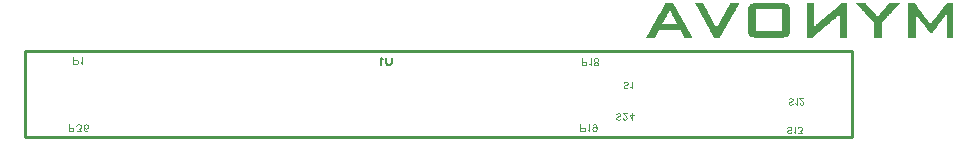
<source format=gbo>
G04 Layer: BottomSilkscreenLayer*
G04 EasyEDA Pro v2.2.23.6, 2024-08-03 20:46:29*
G04 Gerber Generator version 0.3*
G04 Scale: 100 percent, Rotated: No, Reflected: No*
G04 Dimensions in millimeters*
G04 Leading zeros omitted, absolute positions, 3 integers and 5 decimals*
%FSLAX35Y35*%
%MOMM*%
%ADD10C,0.1*%
%ADD11C,0.1524*%
%ADD12C,0.254*%
G75*


G04 Image Start*
G36*
G01X7309567Y858198D02*
G01X7242898Y858198D01*
G01X7241706Y860900D01*
G01X7239325Y865321D01*
G01X7236944Y869742D01*
G01X7231202Y880549D01*
G01X7229617Y883497D01*
G01X7228032Y886444D01*
G01X7226604Y889146D01*
G01X7225178Y891848D01*
G01X7221556Y898725D01*
G01X7217936Y905603D01*
G01X7216509Y908305D01*
G01X7215082Y911007D01*
G01X7213492Y913954D01*
G01X7211902Y916902D01*
G01X7210536Y919480D01*
G01X7209171Y922060D01*
G01X7025645Y922060D01*
G01X7025165Y921446D01*
G01X7024685Y920831D01*
G01X7020973Y913954D01*
G01X7019564Y911375D01*
G01X7018156Y908796D01*
G01X7016749Y906217D01*
G01X7015344Y903638D01*
G01X7013734Y900691D01*
G01X7012123Y897743D01*
G01X7010782Y895286D01*
G01X7009442Y892830D01*
G01X7005699Y885953D01*
G01X7003962Y883005D01*
G01X7002691Y880549D01*
G01X7001420Y878093D01*
G01X6999215Y874163D01*
G01X6997009Y870233D01*
G01X6995533Y867285D01*
G01X6993832Y864339D01*
G01X6992132Y861391D01*
G01X6990530Y858198D01*
G01X6914981Y858198D01*
G01X6914981Y859098D01*
G01X6915349Y859262D01*
G01X6915717Y859426D01*
G01X6916562Y861145D01*
G01X6917405Y862865D01*
G01X6918888Y865321D01*
G01X6920372Y867777D01*
G01X6920715Y868514D01*
G01X6921058Y869250D01*
G01X6925298Y876455D01*
G01X6925298Y876785D01*
G01X6928246Y881778D01*
G01X6931194Y886770D01*
G01X6931194Y887101D01*
G01X6934142Y892094D01*
G01X6937090Y897086D01*
G01X6937090Y897417D01*
G01X6940037Y902410D01*
G01X6942985Y907402D01*
G01X6942985Y907733D01*
G01X6945933Y912726D01*
G01X6948881Y917718D01*
G01X6948881Y918049D01*
G01X6951829Y923043D01*
G01X6954777Y928035D01*
G01X6954777Y928365D01*
G01X6959222Y936060D01*
G01X6959704Y936797D01*
G01X6960187Y937534D01*
G01X6960528Y938270D01*
G01X6960868Y939008D01*
G01X6964912Y945885D01*
G01X6965253Y946622D01*
G01X6965594Y947359D01*
G01X6966632Y949078D01*
G01X6967669Y950798D01*
G01X6968872Y953008D01*
G01X6970076Y955219D01*
G01X6970990Y956692D01*
G01X6971904Y958166D01*
G01X6973107Y960377D01*
G01X6974311Y962587D01*
G01X6976385Y966026D01*
G01X6976734Y966763D01*
G01X6977082Y967500D01*
G01X6979103Y970938D01*
G01X6981125Y974377D01*
G01X6981481Y975114D01*
G01X6981692Y975551D01*
G01X7053997Y975551D01*
G01X7054283Y975087D01*
G01X7054570Y974623D01*
G01X7179246Y974623D01*
G01X7179789Y975501D01*
G01X7179041Y977150D01*
G01X7178293Y978799D01*
G01X7176235Y982237D01*
G01X7171966Y990097D01*
G01X7170693Y992554D01*
G01X7169419Y995009D01*
G01X7168178Y997220D01*
G01X7166936Y999431D01*
G01X7164582Y1003852D01*
G01X7162229Y1008273D01*
G01X7161213Y1009993D01*
G01X7160198Y1011712D01*
G01X7158950Y1014168D01*
G01X7157702Y1016625D01*
G01X7155932Y1019818D01*
G01X7154162Y1023010D01*
G01X7150678Y1029397D01*
G01X7149201Y1032099D01*
G01X7147724Y1034800D01*
G01X7146250Y1037503D01*
G01X7144776Y1040204D01*
G01X7143435Y1042661D01*
G01X7142095Y1045116D01*
G01X7138612Y1051503D01*
G01X7135071Y1057889D01*
G01X7132575Y1062801D01*
G01X7130545Y1066240D01*
G01X7125837Y1075083D01*
G01X7124595Y1077293D01*
G01X7123354Y1079504D01*
G01X7122097Y1081960D01*
G01X7120840Y1084416D01*
G01X7119340Y1087119D01*
G01X7117840Y1089820D01*
G01X7117098Y1091206D01*
G01X7116355Y1092592D01*
G01X7115573Y1091942D01*
G01X7114791Y1091294D01*
G01X7113433Y1088346D01*
G01X7111688Y1085153D01*
G01X7109943Y1081960D01*
G01X7106855Y1076065D01*
G01X7103768Y1070170D01*
G01X7101559Y1065994D01*
G01X7099351Y1061819D01*
G01X7097147Y1057643D01*
G01X7094943Y1053468D01*
G01X7092330Y1048555D01*
G01X7089717Y1043643D01*
G01X7085367Y1035292D01*
G01X7080710Y1026449D01*
G01X7078492Y1022274D01*
G01X7076274Y1018099D01*
G01X7073810Y1013431D01*
G01X7071346Y1008764D01*
G01X7069009Y1004344D01*
G01X7066673Y999922D01*
G01X7063445Y993781D01*
G01X7060217Y987641D01*
G01X7058624Y984693D01*
G01X7057030Y981746D01*
G01X7055513Y978649D01*
G01X7053997Y975551D01*
G01X7053997Y975551D01*
G01X6981692Y975551D01*
G01X6981837Y975851D01*
G01X6982438Y976834D01*
G01X6983040Y977816D01*
G01X6984998Y981252D01*
G01X6986958Y984687D01*
G01X6987552Y985673D01*
G01X6988147Y986658D01*
G01X6988510Y987395D01*
G01X6988874Y988132D01*
G01X6990895Y991571D01*
G01X6992917Y995009D01*
G01X6993272Y995747D01*
G01X6993629Y996483D01*
G01X6994230Y997466D01*
G01X6994831Y998448D01*
G01X6996790Y1001884D01*
G01X6998748Y1005320D01*
G01X6999939Y1007290D01*
G01X7000294Y1008028D01*
G01X7000651Y1008764D01*
G01X7002672Y1012203D01*
G01X7004694Y1015642D01*
G01X7005057Y1016379D01*
G01X7005420Y1017116D01*
G01X7006014Y1018101D01*
G01X7006610Y1019086D01*
G01X7008568Y1022523D01*
G01X7010527Y1025958D01*
G01X7011128Y1026941D01*
G01X7011729Y1027923D01*
G01X7012086Y1028660D01*
G01X7012441Y1029397D01*
G01X7016485Y1036274D01*
G01X7016833Y1037012D01*
G01X7017181Y1037748D01*
G01X7018218Y1039467D01*
G01X7019256Y1041187D01*
G01X7020459Y1043397D01*
G01X7021663Y1045608D01*
G01X7022577Y1047081D01*
G01X7023490Y1048555D01*
G01X7024838Y1051012D01*
G01X7026185Y1053468D01*
G01X7026864Y1054696D01*
G01X7027545Y1055924D01*
G01X7028485Y1057398D01*
G01X7029424Y1058871D01*
G01X7030155Y1060345D01*
G01X7030884Y1061819D01*
G01X7032375Y1064275D01*
G01X7033864Y1066732D01*
G01X7034208Y1067468D01*
G01X7034551Y1068206D01*
G01X7038797Y1075574D01*
G01X7039288Y1076311D01*
G01X7039780Y1077048D01*
G01X7040113Y1077784D01*
G01X7040447Y1078522D01*
G01X7042566Y1082124D01*
G01X7044686Y1085726D01*
G01X7044686Y1086055D01*
G01X7047634Y1091048D01*
G01X7050581Y1096040D01*
G01X7050581Y1096371D01*
G01X7053529Y1101365D01*
G01X7056477Y1106357D01*
G01X7056477Y1106688D01*
G01X7059426Y1111681D01*
G01X7062373Y1116673D01*
G01X7062373Y1117004D01*
G01X7065321Y1121997D01*
G01X7068269Y1126989D01*
G01X7068269Y1127320D01*
G01X7071216Y1132313D01*
G01X7074164Y1137305D01*
G01X7074164Y1137635D01*
G01X7078609Y1145331D01*
G01X7079076Y1146068D01*
G01X7079542Y1146804D01*
G01X7080348Y1148401D01*
G01X7081154Y1149998D01*
G01X7146272Y1149998D01*
G01X7146547Y1149138D01*
G01X7146822Y1148278D01*
G01X7148530Y1145331D01*
G01X7150238Y1142384D01*
G01X7151446Y1140173D01*
G01X7152655Y1137962D01*
G01X7153693Y1136243D01*
G01X7154731Y1134523D01*
G01X7155074Y1133787D01*
G01X7155416Y1133050D01*
G01X7158275Y1128175D01*
G01X7161790Y1121751D01*
G01X7163516Y1118804D01*
G01X7164719Y1116593D01*
G01X7165921Y1114382D01*
G01X7167995Y1110943D01*
G01X7168681Y1109470D01*
G01X7170111Y1107032D01*
G01X7171540Y1104595D01*
G01X7175056Y1098171D01*
G01X7176781Y1095224D01*
G01X7179186Y1090803D01*
G01X7180224Y1089083D01*
G01X7181261Y1087364D01*
G01X7181604Y1086627D01*
G01X7181947Y1085890D01*
G01X7183376Y1083453D01*
G01X7184806Y1081015D01*
G01X7186564Y1077803D01*
G01X7188320Y1074591D01*
G01X7189213Y1073117D01*
G01X7190104Y1071644D01*
G01X7190446Y1070907D01*
G01X7190787Y1070170D01*
G01X7192906Y1066568D01*
G01X7195026Y1062966D01*
G01X7195026Y1062599D01*
G01X7196451Y1060183D01*
G01X7197877Y1057766D01*
G01X7201111Y1051994D01*
G01X7202238Y1050029D01*
G01X7203366Y1048064D01*
G01X7203709Y1047328D01*
G01X7204051Y1046590D01*
G01X7208095Y1039713D01*
G01X7208445Y1038976D01*
G01X7208795Y1038239D01*
G01X7209923Y1036274D01*
G01X7211050Y1034309D01*
G01X7212713Y1031362D01*
G01X7214377Y1028415D01*
G01X7215504Y1026449D01*
G01X7216631Y1024484D01*
G01X7216981Y1023748D01*
G01X7217331Y1023010D01*
G01X7219353Y1019572D01*
G01X7221374Y1016133D01*
G01X7221718Y1015396D01*
G01X7222061Y1014660D01*
G01X7223188Y1012694D01*
G01X7224316Y1010729D01*
G01X7225933Y1007844D01*
G01X7227550Y1004958D01*
G01X7228975Y1002541D01*
G01X7230401Y1000124D01*
G01X7230401Y999758D01*
G01X7232520Y996156D01*
G01X7234640Y992554D01*
G01X7234981Y991816D01*
G01X7235321Y991080D01*
G01X7236214Y989606D01*
G01X7237105Y988132D01*
G01X7240621Y981708D01*
G01X7242050Y979271D01*
G01X7243480Y976834D01*
G01X7243823Y976096D01*
G01X7244166Y975360D01*
G01X7246240Y971921D01*
G01X7247442Y969711D01*
G01X7248645Y967500D01*
G01X7249508Y966026D01*
G01X7250371Y964553D01*
G01X7252129Y961340D01*
G01X7253885Y958128D01*
G01X7255315Y955691D01*
G01X7256745Y953254D01*
G01X7257088Y952517D01*
G01X7257430Y951780D01*
G01X7258468Y950060D01*
G01X7259506Y948341D01*
G01X7261910Y943920D01*
G01X7262774Y942447D01*
G01X7263637Y940973D01*
G01X7265393Y937761D01*
G01X7267151Y934549D01*
G01X7268683Y931865D01*
G01X7270215Y929183D01*
G01X7270671Y928446D01*
G01X7271126Y927709D01*
G01X7273517Y923288D01*
G01X7275534Y919849D01*
G01X7276736Y917638D01*
G01X7277939Y915428D01*
G01X7279956Y911989D01*
G01X7282361Y907568D01*
G01X7284377Y904129D01*
G01X7285580Y901918D01*
G01X7286783Y899708D01*
G01X7288799Y896269D01*
G01X7290002Y894059D01*
G01X7291204Y891848D01*
G01X7292242Y890128D01*
G01X7293279Y888409D01*
G01X7293965Y886936D01*
G01X7295394Y884498D01*
G01X7296824Y882061D01*
G01X7298581Y878849D01*
G01X7300339Y875637D01*
G01X7301201Y874163D01*
G01X7302065Y872689D01*
G01X7304470Y868268D01*
G01X7306486Y864830D01*
G01X7307682Y862619D01*
G01X7308877Y860408D01*
G01X7309222Y859303D01*
G01X7309567Y858198D01*
G37*
G36*
G01X8913621Y858198D02*
G01X8846416Y858198D01*
G01X8846118Y858975D01*
G01X8845820Y859752D01*
G01X8845820Y990479D01*
G01X8843768Y992744D01*
G01X8841716Y995009D01*
G01X8826904Y1010645D01*
G01X8826397Y1011179D01*
G01X8825889Y1011712D01*
G01X8818564Y1019572D01*
G01X8811238Y1027432D01*
G01X8803322Y1035657D01*
G01X8802814Y1036212D01*
G01X8802307Y1036765D01*
G01X8794965Y1044625D01*
G01X8787625Y1052486D01*
G01X8786617Y1053556D01*
G01X8778976Y1061618D01*
G01X8771336Y1069679D01*
G01X8767686Y1073609D01*
G01X8764036Y1077539D01*
G01X8762798Y1078816D01*
G01X8761561Y1080092D01*
G01X8754656Y1087412D01*
G01X8747753Y1094733D01*
G01X8744102Y1098662D01*
G01X8740450Y1102593D01*
G01X8736512Y1106706D01*
G01X8732574Y1110820D01*
G01X8730079Y1113400D01*
G01X8723484Y1120523D01*
G01X8716889Y1127646D01*
G01X8714395Y1130196D01*
G01X8700499Y1144840D01*
G01X8696954Y1149108D01*
G01X8696954Y1149998D01*
G01X8775563Y1149998D01*
G01X8775563Y1149159D01*
G01X8776883Y1147736D01*
G01X8778202Y1146313D01*
G01X8786313Y1137226D01*
G01X8794424Y1128137D01*
G01X8795078Y1127646D01*
G01X8798610Y1123534D01*
G01X8802142Y1119422D01*
G01X8802732Y1118813D01*
G01X8803322Y1118203D01*
G01X8805286Y1116060D01*
G01X8807251Y1113916D01*
G01X8810647Y1109973D01*
G01X8814042Y1106032D01*
G01X8816349Y1103575D01*
G01X8818656Y1101119D01*
G01X8822272Y1096943D01*
G01X8825889Y1092768D01*
G01X8826151Y1092522D01*
G01X8826413Y1092277D01*
G01X8835274Y1082451D01*
G01X8837181Y1080241D01*
G01X8839088Y1078030D01*
G01X8841392Y1075574D01*
G01X8843698Y1073117D01*
G01X8850781Y1064894D01*
G01X8851961Y1063675D01*
G01X8853926Y1061531D01*
G01X8855891Y1059387D01*
G01X8859286Y1055445D01*
G01X8862681Y1051503D01*
G01X8864988Y1049047D01*
G01X8867295Y1046590D01*
G01X8870833Y1042538D01*
G01X8874370Y1038485D01*
G01X8875111Y1038485D01*
G01X8875870Y1039099D01*
G01X8876630Y1039713D01*
G01X8896670Y1062235D01*
G01X8898618Y1064483D01*
G01X8900566Y1066732D01*
G01X8904768Y1071398D01*
G01X8908970Y1076065D01*
G01X8910877Y1078275D01*
G01X8912783Y1080487D01*
G01X8915089Y1082943D01*
G01X8917394Y1085399D01*
G01X8920969Y1089574D01*
G01X8924544Y1093750D01*
G01X8926865Y1096206D01*
G01X8929186Y1098662D01*
G01X8932760Y1102838D01*
G01X8936336Y1107014D01*
G01X8938657Y1109470D01*
G01X8940976Y1111926D01*
G01X8944552Y1116101D01*
G01X8948127Y1120278D01*
G01X8950447Y1122733D01*
G01X8952768Y1125190D01*
G01X8956164Y1129132D01*
G01X8959559Y1133074D01*
G01X8961523Y1135218D01*
G01X8963488Y1137362D01*
G01X8964078Y1137971D01*
G01X8964668Y1138580D01*
G01X8968013Y1142463D01*
G01X8971358Y1146347D01*
G01X8972704Y1147799D01*
G01X8974052Y1149251D01*
G01X8974052Y1149998D01*
G01X9063469Y1149998D01*
G01X9063469Y1149154D01*
G01X9059307Y1144349D01*
G01X9059028Y1144103D01*
G01X9058749Y1143857D01*
G01X9045593Y1129611D01*
G01X9042372Y1126233D01*
G01X9039149Y1122854D01*
G01X9038641Y1122302D01*
G01X9038132Y1121751D01*
G01X9031545Y1114628D01*
G01X9024958Y1107505D01*
G01X9021737Y1104129D01*
G01X9018514Y1100752D01*
G01X9017271Y1099461D01*
G01X9016028Y1098171D01*
G01X9010147Y1091785D01*
G01X9004267Y1085399D01*
G01X9001810Y1082819D01*
G01X8998588Y1079442D01*
G01X8995366Y1076065D01*
G01X8982214Y1061819D01*
G01X8975771Y1055065D01*
G01X8974518Y1053775D01*
G01X8973265Y1052486D01*
G01X8961562Y1039713D01*
G01X8959066Y1037133D01*
G01X8955845Y1033757D01*
G01X8952622Y1030380D01*
G01X8946046Y1023257D01*
G01X8939471Y1016133D01*
G01X8936249Y1012757D01*
G01X8933027Y1009380D01*
G01X8930570Y1006799D01*
G01X8924684Y1000413D01*
G01X8918798Y994027D01*
G01X8916212Y991325D01*
G01X8913626Y988624D01*
G01X8913621Y858198D01*
G37*
G36*
G01X9514981Y858198D02*
G01X9460445Y858198D01*
G01X9460466Y1051012D01*
G01X9461171Y1058275D01*
G01X9461875Y1065539D01*
G01X9461293Y1067056D01*
G01X9459482Y1063455D01*
G01X9457670Y1059854D01*
G01X9456307Y1057398D01*
G01X9454943Y1054942D01*
G01X9453165Y1051994D01*
G01X9451387Y1049047D01*
G01X9449203Y1045854D01*
G01X9447019Y1042661D01*
G01X9437179Y1029397D01*
G01X9435916Y1027745D01*
G01X9434652Y1026093D01*
G01X9432932Y1023748D01*
G01X9431213Y1021401D01*
G01X9429951Y1019749D01*
G01X9428689Y1018099D01*
G01X9424340Y1012203D01*
G01X9419991Y1006308D01*
G01X9418723Y1004648D01*
G01X9417457Y1002987D01*
G01X9413337Y997466D01*
G01X9410656Y993781D01*
G01X9407974Y990097D01*
G01X9376433Y948096D01*
G01X9344893Y906094D01*
G01X9342362Y902606D01*
G01X9339830Y899118D01*
G01X9337716Y896328D01*
G01X9335603Y893540D01*
G01X9328873Y893676D01*
G01X9322142Y893813D01*
G01X9293789Y931638D01*
G01X9265436Y969464D01*
G01X9264398Y970668D01*
G01X9262169Y973751D01*
G01X9259939Y976834D01*
G01X9257877Y979577D01*
G01X9255816Y982321D01*
G01X9254208Y984490D01*
G01X9252601Y986658D01*
G01X9250907Y988869D01*
G01X9249214Y991080D01*
G01X9244512Y997466D01*
G01X9239808Y1003852D01*
G01X9238119Y1006063D01*
G01X9236431Y1008273D01*
G01X9234823Y1010441D01*
G01X9233216Y1012610D01*
G01X9231155Y1015354D01*
G01X9229094Y1018099D01*
G01X9226958Y1021045D01*
G01X9224821Y1023993D01*
G01X9224014Y1024976D01*
G01X9223206Y1025958D01*
G01X9217384Y1033818D01*
G01X9211563Y1041678D01*
G01X9210075Y1044134D01*
G01X9208587Y1046590D01*
G01X9208245Y1047328D01*
G01X9207903Y1048064D01*
G01X9206960Y1049538D01*
G01X9206017Y1051012D01*
G01X9203321Y1055924D01*
G01X9197478Y1067547D01*
G01X9197003Y1067072D01*
G01X9196528Y1066598D01*
G01X9197292Y1060278D01*
G01X9198055Y1053959D01*
G01X9199076Y1038731D01*
G01X9199067Y949569D01*
G01X9199057Y860408D01*
G01X9198760Y859303D01*
G01X9198464Y858198D01*
G01X9136788Y858198D01*
G01X9136492Y859303D01*
G01X9136196Y860408D01*
G01X9136196Y1147787D01*
G01X9136492Y1148892D01*
G01X9136788Y1149998D01*
G01X9190472Y1149957D01*
G01X9211107Y1122278D01*
G01X9213318Y1119494D01*
G01X9215529Y1116708D01*
G01X9217249Y1114391D01*
G01X9218968Y1112075D01*
G01X9222899Y1106906D01*
G01X9234915Y1090994D01*
G01X9246931Y1075083D01*
G01X9248836Y1072626D01*
G01X9250741Y1070170D01*
G01X9255995Y1063293D01*
G01X9257892Y1060836D01*
G01X9259789Y1058380D01*
G01X9271805Y1042466D01*
G01X9283821Y1026551D01*
G01X9287751Y1021415D01*
G01X9301753Y1002937D01*
G01X9315756Y984460D01*
G01X9319195Y979727D01*
G01X9323998Y974113D01*
G01X9325772Y976178D01*
G01X9327547Y978242D01*
G01X9331723Y983737D01*
G01X9335899Y989231D01*
G01X9340801Y995559D01*
G01X9345703Y1001887D01*
G01X9347680Y1004378D01*
G01X9349656Y1006869D01*
G01X9350958Y1008554D01*
G01X9352259Y1010238D01*
G01X9357345Y1016822D01*
G01X9362430Y1023406D01*
G01X9367230Y1029595D01*
G01X9372030Y1035783D01*
G01X9377302Y1042576D01*
G01X9382573Y1049369D01*
G01X9391909Y1061427D01*
G01X9402055Y1074591D01*
G01X9402886Y1075574D01*
G01X9403716Y1076556D01*
G01X9406647Y1080467D01*
G01X9407470Y1081459D01*
G01X9408292Y1082451D01*
G01X9418439Y1095619D01*
G01X9423239Y1101807D01*
G01X9428038Y1107996D01*
G01X9433179Y1114628D01*
G01X9438318Y1121260D01*
G01X9443118Y1127449D01*
G01X9447917Y1133637D01*
G01X9452991Y1140221D01*
G01X9458065Y1146804D01*
G01X9460854Y1149998D01*
G01X9514981Y1149998D01*
G01X9514981Y858198D01*
G37*
G36*
G01X7544100Y867214D02*
G01X7541438Y862706D01*
G01X7538775Y858198D01*
G01X7492995Y858198D01*
G01X7492276Y859303D01*
G01X7491558Y860408D01*
G01X7491022Y861391D01*
G01X7490485Y862373D01*
G01X7488333Y866303D01*
G01X7486183Y870233D01*
G01X7485512Y871462D01*
G01X7484841Y872689D01*
G01X7483598Y874900D01*
G01X7482355Y877111D01*
G01X7480238Y881040D01*
G01X7478119Y884970D01*
G01X7476876Y887181D01*
G01X7475633Y889392D01*
G01X7474422Y891602D01*
G01X7473211Y893813D01*
G01X7471431Y897006D01*
G01X7469652Y900199D01*
G01X7468404Y902656D01*
G01X7467156Y905112D01*
G01X7465418Y908059D01*
G01X7461676Y914937D01*
G01X7460336Y917393D01*
G01X7458995Y919849D01*
G01X7457453Y922673D01*
G01X7455910Y925498D01*
G01X7454369Y928323D01*
G01X7452826Y931147D01*
G01X7451489Y933604D01*
G01X7450151Y936060D01*
G01X7448674Y938762D01*
G01X7447196Y941464D01*
G01X7445326Y944902D01*
G01X7443455Y948341D01*
G01X7442586Y949815D01*
G01X7441717Y951289D01*
G01X7440470Y953745D01*
G01X7439222Y956201D01*
G01X7437442Y959395D01*
G01X7435662Y962587D01*
G01X7434451Y964798D01*
G01X7433240Y967009D01*
G01X7431997Y969219D01*
G01X7430754Y971430D01*
G01X7428636Y975360D01*
G01X7426518Y979290D01*
G01X7425282Y981500D01*
G01X7424046Y983711D01*
G01X7422834Y985922D01*
G01X7421624Y988132D01*
G01X7418064Y994518D01*
G01X7416816Y996974D01*
G01X7415568Y999431D01*
G01X7414700Y1000905D01*
G01X7413831Y1002378D01*
G01X7411960Y1005817D01*
G01X7410090Y1009255D01*
G01X7408680Y1011835D01*
G01X7407271Y1014413D01*
G01X7405728Y1017238D01*
G01X7404187Y1020063D01*
G01X7402849Y1022519D01*
G01X7401512Y1024976D01*
G01X7400038Y1027677D01*
G01X7398564Y1030380D01*
G01X7397086Y1033081D01*
G01X7395609Y1035783D01*
G01X7393739Y1039222D01*
G01X7391868Y1042661D01*
G01X7390130Y1045608D01*
G01X7387634Y1050520D01*
G01X7384075Y1056907D01*
G01X7382864Y1059117D01*
G01X7381653Y1061328D01*
G01X7379167Y1065749D01*
G01X7377048Y1069679D01*
G01X7374931Y1073609D01*
G01X7372459Y1078030D01*
G01X7371248Y1080241D01*
G01X7370036Y1082451D01*
G01X7366477Y1088838D01*
G01X7365229Y1091294D01*
G01X7363982Y1093750D01*
G01X7363112Y1095224D01*
G01X7362244Y1096697D01*
G01X7360372Y1100136D01*
G01X7358502Y1103575D01*
G01X7357025Y1106277D01*
G01X7355547Y1108978D01*
G01X7354073Y1111681D01*
G01X7352599Y1114382D01*
G01X7351125Y1117084D01*
G01X7349651Y1119786D01*
G01X7348246Y1122365D01*
G01X7346840Y1124944D01*
G01X7345431Y1127523D01*
G01X7344022Y1130102D01*
G01X7340280Y1136979D01*
G01X7339433Y1138453D01*
G01X7338584Y1139927D01*
G01X7336080Y1144701D01*
G01X7333575Y1149474D01*
G01X7333575Y1149998D01*
G01X7400205Y1149998D01*
G01X7403524Y1143857D01*
G01X7405102Y1140910D01*
G01X7406681Y1137962D01*
G01X7410062Y1131576D01*
G01X7412417Y1127155D01*
G01X7414772Y1122733D01*
G01X7416599Y1119295D01*
G01X7418427Y1115856D01*
G01X7420768Y1111435D01*
G01X7423110Y1107014D01*
G01X7428577Y1096697D01*
G01X7430157Y1093750D01*
G01X7431738Y1090803D01*
G01X7433428Y1087610D01*
G01X7435119Y1084416D01*
G01X7437408Y1080118D01*
G01X7439697Y1075820D01*
G01X7441980Y1071522D01*
G01X7444264Y1067223D01*
G01X7447906Y1060345D01*
G01X7453634Y1049538D01*
G01X7455220Y1046590D01*
G01X7456805Y1043643D01*
G01X7458227Y1040941D01*
G01X7459647Y1038239D01*
G01X7462531Y1032835D01*
G01X7465414Y1027432D01*
G01X7467003Y1024484D01*
G01X7468593Y1021537D01*
G01X7470766Y1017361D01*
G01X7472938Y1013186D01*
G01X7475815Y1007782D01*
G01X7478691Y1002378D01*
G01X7480277Y999431D01*
G01X7481862Y996483D01*
G01X7483283Y993781D01*
G01X7484705Y991080D01*
G01X7490484Y980273D01*
G01X7491906Y977570D01*
G01X7493329Y974869D01*
G01X7495725Y970447D01*
G01X7498122Y966026D01*
G01X7500149Y962096D01*
G01X7502178Y958166D01*
G01X7504540Y953745D01*
G01X7506903Y949324D01*
G01X7509043Y945223D01*
G01X7511182Y941123D01*
G01X7512047Y940659D01*
G01X7512911Y940196D01*
G01X7513897Y942447D01*
G01X7514788Y943920D01*
G01X7515677Y945393D01*
G01X7519411Y952271D01*
G01X7519773Y952763D01*
G01X7520134Y953254D01*
G01X7522253Y957183D01*
G01X7524370Y961114D01*
G01X7525243Y962587D01*
G01X7526115Y964061D01*
G01X7527473Y966518D01*
G01X7528821Y968973D01*
G01X7530168Y971430D01*
G01X7531267Y973395D01*
G01X7532365Y975360D01*
G01X7533879Y978061D01*
G01X7535393Y980764D01*
G01X7536462Y982728D01*
G01X7537532Y984693D01*
G01X7539265Y987641D01*
G01X7543532Y995500D01*
G01X7545264Y998448D01*
G01X7546333Y1000413D01*
G01X7547404Y1002378D01*
G01X7548917Y1005080D01*
G01X7550430Y1007782D01*
G01X7551530Y1009747D01*
G01X7552629Y1011712D01*
G01X7554773Y1015642D01*
G01X7556257Y1018344D01*
G01X7557741Y1021045D01*
G01X7558099Y1021537D01*
G01X7558456Y1022028D01*
G01X7562693Y1029888D01*
G01X7564425Y1032835D01*
G01X7565494Y1034800D01*
G01X7566565Y1036765D01*
G01X7569533Y1042170D01*
G01X7570248Y1043152D01*
G01X7572366Y1047081D01*
G01X7574483Y1051012D01*
G01X7575349Y1052486D01*
G01X7576214Y1053959D01*
G01X7577560Y1056416D01*
G01X7578906Y1058871D01*
G01X7579587Y1060100D01*
G01X7580268Y1061328D01*
G01X7581374Y1063293D01*
G01X7582479Y1065258D01*
G01X7583992Y1067959D01*
G01X7585506Y1070661D01*
G01X7586578Y1072626D01*
G01X7587649Y1074591D01*
G01X7588749Y1076556D01*
G01X7589848Y1078522D01*
G01X7591362Y1081223D01*
G01X7592876Y1083925D01*
G01X7593946Y1085890D01*
G01X7595015Y1087855D01*
G01X7595879Y1089329D01*
G01X7596743Y1090803D01*
G01X7598640Y1094242D01*
G01X7600537Y1097680D01*
G01X7601640Y1099645D01*
G01X7602743Y1101610D01*
G01X7604886Y1105540D01*
G01X7606371Y1108242D01*
G01X7607855Y1110943D01*
G01X7608212Y1111435D01*
G01X7608569Y1111926D01*
G01X7612806Y1119786D01*
G01X7614538Y1122733D01*
G01X7615608Y1124698D01*
G01X7616678Y1126663D01*
G01X7619646Y1132068D01*
G01X7620361Y1133050D01*
G01X7622479Y1136979D01*
G01X7624598Y1140910D01*
G01X7625462Y1142384D01*
G01X7626327Y1143857D01*
G01X7627638Y1146274D01*
G01X7628948Y1148691D01*
G01X7629601Y1149344D01*
G01X7630254Y1149998D01*
G01X7705986Y1149998D01*
G01X7705986Y1148754D01*
G01X7702056Y1142029D01*
G01X7702056Y1141727D01*
G01X7696356Y1132068D01*
G01X7695993Y1131330D01*
G01X7695630Y1130594D01*
G01X7695035Y1129611D01*
G01X7694440Y1128629D01*
G01X7691738Y1123962D01*
G01X7689036Y1119295D01*
G01X7688441Y1118313D01*
G01X7687846Y1117330D01*
G01X7687491Y1116593D01*
G01X7687134Y1115856D01*
G01X7682887Y1108487D01*
G01X7682396Y1107751D01*
G01X7681906Y1107014D01*
G01X7681565Y1106277D01*
G01X7681224Y1105540D01*
G01X7677181Y1098662D01*
G01X7676839Y1097926D01*
G01X7676497Y1097188D01*
G01X7675525Y1095715D01*
G01X7674554Y1094242D01*
G01X7674204Y1093504D01*
G01X7673855Y1092768D01*
G01X7668155Y1083108D01*
G01X7668155Y1082777D01*
G01X7665305Y1077948D01*
G01X7662455Y1073117D01*
G01X7661758Y1071644D01*
G01X7659814Y1068697D01*
G01X7659472Y1067959D01*
G01X7659130Y1067223D01*
G01X7654883Y1059854D01*
G01X7654392Y1059117D01*
G01X7653902Y1058380D01*
G01X7653560Y1057643D01*
G01X7653219Y1056907D01*
G01X7651198Y1053468D01*
G01X7649176Y1050029D01*
G01X7648821Y1049293D01*
G01X7648464Y1048555D01*
G01X7647870Y1047573D01*
G01X7647275Y1046590D01*
G01X7644573Y1041923D01*
G01X7641870Y1037257D01*
G01X7641275Y1036274D01*
G01X7640681Y1035292D01*
G01X7640318Y1034555D01*
G01X7639954Y1033818D01*
G01X7637105Y1028989D01*
G01X7634256Y1024159D01*
G01X7634256Y1023827D01*
G01X7628556Y1014168D01*
G01X7628206Y1013431D01*
G01X7627857Y1012694D01*
G01X7626885Y1011221D01*
G01X7625913Y1009747D01*
G01X7625571Y1009010D01*
G01X7625229Y1008273D01*
G01X7620982Y1000905D01*
G01X7620491Y1000168D01*
G01X7620001Y999431D01*
G01X7619660Y998694D01*
G01X7619320Y997957D01*
G01X7617298Y994518D01*
G01X7615277Y991080D01*
G01X7614934Y990343D01*
G01X7614592Y989606D01*
G01X7613621Y988132D01*
G01X7612649Y986658D01*
G01X7612299Y985922D01*
G01X7611950Y985185D01*
G01X7609826Y981500D01*
G01X7607702Y977816D01*
G01X7607218Y977079D01*
G01X7606736Y976342D01*
G01X7606055Y974869D01*
G01X7603205Y970038D01*
G01X7600355Y965209D01*
G01X7600355Y964878D01*
G01X7594655Y955219D01*
G01X7594306Y954482D01*
G01X7593957Y953745D01*
G01X7592986Y952271D01*
G01X7592014Y950798D01*
G01X7591672Y950060D01*
G01X7591330Y949324D01*
G01X7589206Y945640D01*
G01X7587082Y941955D01*
G01X7586592Y941218D01*
G01X7586101Y940482D01*
G01X7585760Y939744D01*
G01X7585419Y939008D01*
G01X7583398Y935569D01*
G01X7581376Y932130D01*
G01X7581034Y931393D01*
G01X7580692Y930656D01*
G01X7578748Y927709D01*
G01X7578399Y926972D01*
G01X7578050Y926235D01*
G01X7575201Y921405D01*
G01X7572351Y916576D01*
G01X7572351Y916245D01*
G01X7569398Y911169D01*
G01X7566447Y906094D01*
G01X7565957Y905357D01*
G01X7565466Y904621D01*
G01X7565132Y903883D01*
G01X7564798Y903147D01*
G01X7562777Y899708D01*
G01X7560756Y896269D01*
G01X7560406Y895533D01*
G01X7560057Y894795D01*
G01X7558113Y891848D01*
G01X7557429Y890375D01*
G01X7555306Y886690D01*
G01X7553182Y883005D01*
G01X7552691Y882269D01*
G01X7552201Y881531D01*
G01X7551860Y880795D01*
G01X7551519Y880058D01*
G01X7547476Y873181D01*
G01X7547134Y872444D01*
G01X7546792Y871707D01*
G01X7545820Y870233D01*
G01X7544848Y868759D01*
G01X7544100Y867214D01*
G37*
G36*
G01X8617730Y858198D02*
G01X8558028Y858198D01*
G01X8557732Y859303D01*
G01X8557436Y860408D01*
G01X8557420Y937534D01*
G01X8557404Y1014660D01*
G01X8557933Y1028168D01*
G01X8558463Y1041678D01*
G01X8559172Y1048801D01*
G01X8559880Y1055924D01*
G01X8559880Y1057930D01*
G01X8559879Y1059936D01*
G01X8559184Y1060631D01*
G01X8554250Y1055537D01*
G01X8549316Y1050444D01*
G01X8543665Y1045327D01*
G01X8538016Y1040212D01*
G01X8537469Y1039716D01*
G01X8536924Y1039222D01*
G01X8534997Y1037503D01*
G01X8533071Y1035783D01*
G01X8527207Y1030804D01*
G01X8520820Y1025464D01*
G01X8514433Y1020123D01*
G01X8514187Y1019848D01*
G01X8513941Y1019572D01*
G01X8510993Y1017082D01*
G01X8508046Y1014592D01*
G01X8495272Y1003912D01*
G01X8495026Y1003636D01*
G01X8494781Y1003361D01*
G01X8491832Y1000871D01*
G01X8488885Y998381D01*
G01X8476111Y987701D01*
G01X8475865Y987425D01*
G01X8475620Y987150D01*
G01X8469723Y982171D01*
G01X8463337Y976813D01*
G01X8456950Y971455D01*
G01X8455721Y970385D01*
G01X8454494Y969315D01*
G01X8448843Y964549D01*
G01X8443193Y959782D01*
G01X8434595Y952517D01*
G01X8425997Y945252D01*
G01X8420348Y940485D01*
G01X8414698Y935719D01*
G01X8412241Y933579D01*
G01X8405853Y928221D01*
G01X8399467Y922864D01*
G01X8393571Y917884D01*
G01X8393325Y917608D01*
G01X8393080Y917333D01*
G01X8386693Y911992D01*
G01X8380306Y906652D01*
G01X8374410Y901673D01*
G01X8374164Y901398D01*
G01X8373919Y901122D01*
G01X8367532Y895782D01*
G01X8361145Y890441D01*
G01X8355249Y885462D01*
G01X8355003Y885186D01*
G01X8354758Y884911D01*
G01X8348371Y879571D01*
G01X8341984Y874230D01*
G01X8339052Y871740D01*
G01X8336121Y869250D01*
G01X8335122Y868345D01*
G01X8334123Y867440D01*
G01X8328964Y863200D01*
G01X8323806Y858960D01*
G01X8323642Y858579D01*
G01X8323478Y858198D01*
G01X8277983Y858198D01*
G01X8277687Y859303D01*
G01X8277390Y860408D01*
G01X8277377Y1148443D01*
G01X8277675Y1149221D01*
G01X8277974Y1149998D01*
G01X8337868Y1149998D01*
G01X8337434Y973886D01*
G01X8336659Y966518D01*
G01X8335883Y959148D01*
G01X8335843Y948096D01*
G01X8336319Y948096D01*
G01X8346030Y957816D01*
G01X8355740Y967535D01*
G01X8357925Y969482D01*
G01X8360110Y971430D01*
G01X8361681Y972658D01*
G01X8363253Y973886D01*
G01X8370796Y980239D01*
G01X8378341Y986591D01*
G01X8378832Y987164D01*
G01X8381534Y989366D01*
G01X8384236Y991570D01*
G01X8386003Y993176D01*
G01X8387769Y994781D01*
G01X8391257Y997466D01*
G01X8398801Y1003820D01*
G01X8406345Y1010176D01*
G01X8409277Y1012663D01*
G01X8412209Y1015151D01*
G01X8415774Y1018361D01*
G01X8417521Y1019704D01*
G01X8419270Y1021045D01*
G01X8425091Y1025952D01*
G01X8430911Y1030858D01*
G01X8434367Y1033812D01*
G01X8437822Y1036765D01*
G01X8440197Y1038731D01*
G01X8442572Y1040696D01*
G01X8443680Y1041678D01*
G01X8444788Y1042661D01*
G01X8450099Y1047081D01*
G01X8455409Y1051503D01*
G01X8460658Y1055924D01*
G01X8465908Y1060345D01*
G01X8468261Y1062310D01*
G01X8470613Y1064275D01*
G01X8471164Y1064767D01*
G01X8471713Y1065258D01*
G01X8474649Y1067745D01*
G01X8477585Y1070233D01*
G01X8485129Y1076588D01*
G01X8492673Y1082943D01*
G01X8494417Y1084285D01*
G01X8496161Y1085628D01*
G01X8499725Y1088838D01*
G01X8505589Y1093817D01*
G01X8516398Y1102835D01*
G01X8527207Y1111853D01*
G01X8527453Y1112142D01*
G01X8527698Y1112431D01*
G01X8530401Y1114628D01*
G01X8533102Y1116825D01*
G01X8533348Y1117114D01*
G01X8533593Y1117403D01*
G01X8544403Y1126421D01*
G01X8555211Y1135439D01*
G01X8561075Y1140418D01*
G01X8562811Y1141966D01*
G01X8564546Y1143513D01*
G01X8567003Y1145459D01*
G01X8569459Y1147406D01*
G01X8572212Y1149998D01*
G01X8617730Y1149998D01*
G01X8618037Y1148463D01*
G01X8618345Y1146927D01*
G01X8618345Y861268D01*
G01X8618037Y859732D01*
G01X8617730Y858198D01*
G37*
G36*
G01X8076432Y858198D02*
G01X7838148Y858198D01*
G01X7838148Y859074D01*
G01X7833112Y859404D01*
G01X7828076Y859733D01*
G01X7823900Y860475D01*
G01X7819724Y861217D01*
G01X7816530Y861974D01*
G01X7813337Y862732D01*
G01X7807608Y864610D01*
G01X7804538Y866001D01*
G01X7801469Y867393D01*
G01X7798804Y869122D01*
G01X7796141Y870850D01*
G01X7793615Y873358D01*
G01X7791089Y875866D01*
G01X7787656Y881040D01*
G01X7786181Y884234D01*
G01X7784707Y887427D01*
G01X7783964Y889637D01*
G01X7783220Y891848D01*
G01X7782465Y894795D01*
G01X7781712Y897743D01*
G01X7780240Y905112D01*
G01X7779263Y915118D01*
G01X7846009Y915118D01*
G01X7846517Y914167D01*
G01X7847026Y913217D01*
G01X8066774Y913217D01*
G01X8067673Y914030D01*
G01X8068571Y914844D01*
G01X8068571Y1096256D01*
G01X8067392Y1097435D01*
G01X7847188Y1097435D01*
G01X7846599Y1096845D01*
G01X7846009Y1096256D01*
G01X7846009Y915118D01*
G01X7846009Y915118D01*
G01X7779263Y915118D01*
G01X7778945Y918375D01*
G01X7778945Y1090311D01*
G01X7779578Y1096452D01*
G01X7780211Y1102593D01*
G01X7781718Y1110452D01*
G01X7782465Y1113400D01*
G01X7783212Y1116348D01*
G01X7783904Y1117960D01*
G01X7784596Y1119574D01*
G01X7784596Y1120867D01*
G01X7789032Y1129488D01*
G01X7792211Y1133538D01*
G01X7796881Y1137866D01*
G01X7799213Y1139388D01*
G01X7801545Y1140910D01*
G01X7804493Y1142317D01*
G01X7807441Y1143470D01*
G01X7810389Y1144463D01*
G01X7813337Y1145456D01*
G01X7816285Y1146212D01*
G01X7819233Y1146969D01*
G01X7823654Y1147739D01*
G01X7828076Y1148510D01*
G01X7832375Y1148821D01*
G01X7836674Y1149132D01*
G01X7836674Y1149998D01*
G01X8077824Y1149998D01*
G01X8077988Y1149566D01*
G01X8078152Y1149134D01*
G01X8089452Y1148074D01*
G01X8093382Y1147318D01*
G01X8097313Y1146563D01*
G01X8104191Y1144543D01*
G01X8105710Y1144146D01*
G01X8107230Y1143750D01*
G01X8111239Y1141744D01*
G01X8115247Y1139737D01*
G01X8118133Y1137517D01*
G01X8121019Y1135297D01*
G01X8122955Y1132945D01*
G01X8124890Y1130594D01*
G01X8126332Y1128129D01*
G01X8127773Y1125665D01*
G01X8128572Y1123954D01*
G01X8129369Y1122242D01*
G01X8130105Y1120278D01*
G01X8130840Y1118313D01*
G01X8131585Y1115856D01*
G01X8132330Y1113400D01*
G01X8133112Y1109716D01*
G01X8133896Y1106032D01*
G01X8134642Y1101097D01*
G01X8135389Y1096163D01*
G01X8135389Y912032D01*
G01X8134642Y907098D01*
G01X8133896Y902164D01*
G01X8133112Y898480D01*
G01X8132330Y894795D01*
G01X8131585Y892339D01*
G01X8130840Y889883D01*
G01X8130101Y887918D01*
G01X8129361Y885953D01*
G01X8127585Y882349D01*
G01X8125808Y878746D01*
G01X8123317Y875718D01*
G01X8120826Y872689D01*
G01X8115288Y868514D01*
G01X8114586Y868514D01*
G01X8113035Y867205D01*
G01X8110332Y866063D01*
G01X8107630Y864921D01*
G01X8105173Y864012D01*
G01X8102717Y863103D01*
G01X8098787Y862159D01*
G01X8094856Y861214D01*
G01X8090680Y860474D01*
G01X8086504Y859733D01*
G01X8081468Y859404D01*
G01X8076432Y859074D01*
G01X8076432Y858198D01*
G37*
G04 Image End*

G04 Text Start*
G54D10*
G01X2066280Y636310D02*
G01X2066280Y696254D01*
G01X2066280Y636310D02*
G01X2091934Y636310D01*
G01X2100570Y639104D01*
G01X2103364Y641898D01*
G01X2106158Y647740D01*
G01X2106158Y656376D01*
G01X2103364Y661964D01*
G01X2100570Y664758D01*
G01X2091934Y667806D01*
G01X2066280Y667806D01*
G01X2129780Y647740D02*
G01X2135622Y644946D01*
G01X2144258Y636310D01*
G01X2144258Y696254D01*
G01X6371580Y623610D02*
G01X6371580Y683554D01*
G01X6371580Y623610D02*
G01X6397234Y623610D01*
G01X6405870Y626404D01*
G01X6408664Y629198D01*
G01X6411458Y635040D01*
G01X6411458Y643676D01*
G01X6408664Y649264D01*
G01X6405870Y652058D01*
G01X6397234Y655106D01*
G01X6371580Y655106D01*
G01X6435080Y635040D02*
G01X6440922Y632246D01*
G01X6449558Y623610D01*
G01X6449558Y683554D01*
G01X6487658Y623610D02*
G01X6479022Y626404D01*
G01X6476228Y632246D01*
G01X6476228Y637834D01*
G01X6479022Y643676D01*
G01X6484864Y646470D01*
G01X6496294Y649264D01*
G01X6504676Y652058D01*
G01X6510518Y657900D01*
G01X6513312Y663742D01*
G01X6513312Y672124D01*
G01X6510518Y677966D01*
G01X6507724Y680760D01*
G01X6499088Y683554D01*
G01X6487658Y683554D01*
G01X6479022Y680760D01*
G01X6476228Y677966D01*
G01X6473180Y672124D01*
G01X6473180Y663742D01*
G01X6476228Y657900D01*
G01X6481816Y652058D01*
G01X6490452Y649264D01*
G01X6501882Y646470D01*
G01X6507724Y643676D01*
G01X6510518Y637834D01*
G01X6510518Y632246D01*
G01X6507724Y626404D01*
G01X6499088Y623610D01*
G01X6487658Y623610D01*
G01X6358880Y64810D02*
G01X6358880Y124754D01*
G01X6358880Y64810D02*
G01X6384534Y64810D01*
G01X6393170Y67604D01*
G01X6395964Y70398D01*
G01X6398758Y76240D01*
G01X6398758Y84876D01*
G01X6395964Y90464D01*
G01X6393170Y93258D01*
G01X6384534Y96306D01*
G01X6358880Y96306D01*
G01X6422380Y76240D02*
G01X6428222Y73446D01*
G01X6436858Y64810D01*
G01X6436858Y124754D01*
G01X6497818Y84876D02*
G01X6495024Y93258D01*
G01X6489182Y99100D01*
G01X6480546Y101894D01*
G01X6477752Y101894D01*
G01X6469116Y99100D01*
G01X6463528Y93258D01*
G01X6460480Y84876D01*
G01X6460480Y81828D01*
G01X6463528Y73446D01*
G01X6469116Y67604D01*
G01X6477752Y64810D01*
G01X6480546Y64810D01*
G01X6489182Y67604D01*
G01X6495024Y73446D01*
G01X6497818Y84876D01*
G01X6497818Y99100D01*
G01X6495024Y113324D01*
G01X6489182Y121960D01*
G01X6480546Y124754D01*
G01X6474958Y124754D01*
G01X6466322Y121960D01*
G01X6463528Y116372D01*
G01X2028180Y64810D02*
G01X2028180Y124754D01*
G01X2028180Y64810D02*
G01X2053834Y64810D01*
G01X2062470Y67604D01*
G01X2065264Y70398D01*
G01X2068058Y76240D01*
G01X2068058Y84876D01*
G01X2065264Y90464D01*
G01X2062470Y93258D01*
G01X2053834Y96306D01*
G01X2028180Y96306D01*
G01X2097522Y64810D02*
G01X2129018Y64810D01*
G01X2111746Y87670D01*
G01X2120382Y87670D01*
G01X2126224Y90464D01*
G01X2129018Y93258D01*
G01X2131812Y101894D01*
G01X2131812Y107736D01*
G01X2129018Y116372D01*
G01X2123176Y121960D01*
G01X2114794Y124754D01*
G01X2106158Y124754D01*
G01X2097522Y121960D01*
G01X2094728Y119166D01*
G01X2091680Y113324D01*
G01X2189978Y73446D02*
G01X2186930Y67604D01*
G01X2178548Y64810D01*
G01X2172706Y64810D01*
G01X2164070Y67604D01*
G01X2158482Y76240D01*
G01X2155434Y90464D01*
G01X2155434Y104942D01*
G01X2158482Y116372D01*
G01X2164070Y121960D01*
G01X2172706Y124754D01*
G01X2175500Y124754D01*
G01X2184136Y121960D01*
G01X2189978Y116372D01*
G01X2192772Y107736D01*
G01X2192772Y104942D01*
G01X2189978Y96306D01*
G01X2184136Y90464D01*
G01X2175500Y87670D01*
G01X2172706Y87670D01*
G01X2164070Y90464D01*
G01X2158482Y96306D01*
G01X2155434Y104942D01*
G01X6761724Y438952D02*
G01X6756644Y433872D01*
G01X6749278Y431586D01*
G01X6739372Y431586D01*
G01X6732006Y433872D01*
G01X6727180Y438952D01*
G01X6727180Y443778D01*
G01X6729466Y448604D01*
G01X6732006Y451144D01*
G01X6737086Y453684D01*
G01X6751818Y458510D01*
G01X6756644Y461050D01*
G01X6759184Y463590D01*
G01X6761724Y468416D01*
G01X6761724Y475782D01*
G01X6756644Y480862D01*
G01X6749278Y483148D01*
G01X6739372Y483148D01*
G01X6732006Y480862D01*
G01X6727180Y475782D01*
G01X6783568Y441238D02*
G01X6788394Y438952D01*
G01X6796014Y431586D01*
G01X6796014Y483148D01*
G01X8158724Y299252D02*
G01X8153644Y294172D01*
G01X8146278Y291886D01*
G01X8136372Y291886D01*
G01X8129006Y294172D01*
G01X8124180Y299252D01*
G01X8124180Y304078D01*
G01X8126466Y308904D01*
G01X8129006Y311444D01*
G01X8134086Y313984D01*
G01X8148818Y318810D01*
G01X8153644Y321350D01*
G01X8156184Y323890D01*
G01X8158724Y328716D01*
G01X8158724Y336082D01*
G01X8153644Y341162D01*
G01X8146278Y343448D01*
G01X8136372Y343448D01*
G01X8129006Y341162D01*
G01X8124180Y336082D01*
G01X8180568Y301538D02*
G01X8185394Y299252D01*
G01X8193014Y291886D01*
G01X8193014Y343448D01*
G01X8217398Y304078D02*
G01X8217398Y301538D01*
G01X8219684Y296712D01*
G01X8222224Y294172D01*
G01X8227304Y291886D01*
G01X8236956Y291886D01*
G01X8242036Y294172D01*
G01X8244322Y296712D01*
G01X8246862Y301538D01*
G01X8246862Y306618D01*
G01X8244322Y311444D01*
G01X8239496Y318810D01*
G01X8214858Y343448D01*
G01X8249402Y343448D01*
G01X6698224Y172252D02*
G01X6693144Y167172D01*
G01X6685778Y164886D01*
G01X6675872Y164886D01*
G01X6668506Y167172D01*
G01X6663680Y172252D01*
G01X6663680Y177078D01*
G01X6665966Y181904D01*
G01X6668506Y184444D01*
G01X6673586Y186984D01*
G01X6688318Y191810D01*
G01X6693144Y194350D01*
G01X6695684Y196890D01*
G01X6698224Y201716D01*
G01X6698224Y209082D01*
G01X6693144Y214162D01*
G01X6685778Y216448D01*
G01X6675872Y216448D01*
G01X6668506Y214162D01*
G01X6663680Y209082D01*
G01X6722608Y177078D02*
G01X6722608Y174538D01*
G01X6724894Y169712D01*
G01X6727434Y167172D01*
G01X6732514Y164886D01*
G01X6742166Y164886D01*
G01X6747246Y167172D01*
G01X6749532Y169712D01*
G01X6752072Y174538D01*
G01X6752072Y179618D01*
G01X6749532Y184444D01*
G01X6744706Y191810D01*
G01X6720068Y216448D01*
G01X6754612Y216448D01*
G01X6801094Y164886D02*
G01X6776456Y199176D01*
G01X6813540Y199176D01*
G01X6801094Y164886D02*
G01X6801094Y216448D01*
G01X8146024Y57952D02*
G01X8140944Y52872D01*
G01X8133578Y50586D01*
G01X8123672Y50586D01*
G01X8116306Y52872D01*
G01X8111480Y57952D01*
G01X8111480Y62778D01*
G01X8113766Y67604D01*
G01X8116306Y70144D01*
G01X8121386Y72684D01*
G01X8136118Y77510D01*
G01X8140944Y80050D01*
G01X8143484Y82590D01*
G01X8146024Y87416D01*
G01X8146024Y94782D01*
G01X8140944Y99862D01*
G01X8133578Y102148D01*
G01X8123672Y102148D01*
G01X8116306Y99862D01*
G01X8111480Y94782D01*
G01X8167868Y60238D02*
G01X8172694Y57952D01*
G01X8180314Y50586D01*
G01X8180314Y102148D01*
G01X8206984Y50586D02*
G01X8234162Y50586D01*
G01X8219430Y70144D01*
G01X8226796Y70144D01*
G01X8231622Y72684D01*
G01X8234162Y75224D01*
G01X8236702Y82590D01*
G01X8236702Y87416D01*
G01X8234162Y94782D01*
G01X8229336Y99862D01*
G01X8221970Y102148D01*
G01X8214604Y102148D01*
G01X8206984Y99862D01*
G01X8204698Y97322D01*
G01X8202158Y92496D01*
G54D11*
G01X4761220Y688634D02*
G01X4761220Y642152D01*
G01X4758172Y633008D01*
G01X4751822Y626658D01*
G01X4742678Y623610D01*
G01X4736328Y623610D01*
G01X4727184Y626658D01*
G01X4721088Y633008D01*
G01X4717786Y642152D01*
G01X4717786Y688634D01*
G01X4687560Y676188D02*
G01X4681464Y679490D01*
G01X4672320Y688634D01*
G01X4672320Y623610D01*
G04 Text End*

G04 PolygonModel Start*
G54D12*
G01X1655994Y15991D02*
G01X8664006Y15991D01*
G01X8664006Y15991D02*
G01X8664006Y740983D01*
G01X8664006Y740983D02*
G01X1655994Y740983D01*
G01X1655994Y740983D02*
G01X1655994Y15991D01*

M02*


</source>
